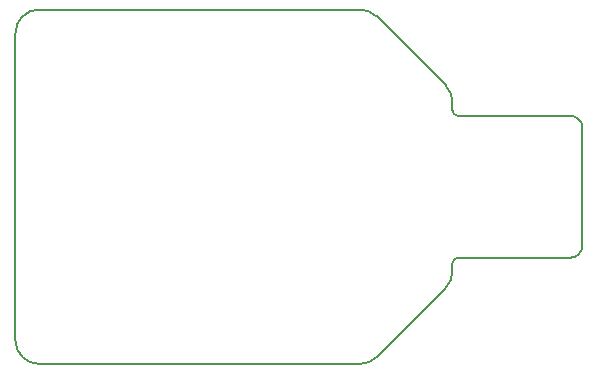
<source format=gbr>
%TF.GenerationSoftware,KiCad,Pcbnew,7.0.9*%
%TF.CreationDate,2023-11-29T11:27:28+01:00*%
%TF.ProjectId,FT230xv4,46543233-3078-4763-942e-6b696361645f,rev?*%
%TF.SameCoordinates,Original*%
%TF.FileFunction,Profile,NP*%
%FSLAX46Y46*%
G04 Gerber Fmt 4.6, Leading zero omitted, Abs format (unit mm)*
G04 Created by KiCad (PCBNEW 7.0.9) date 2023-11-29 11:27:28*
%MOMM*%
%LPD*%
G01*
G04 APERTURE LIST*
%TA.AperFunction,Profile*%
%ADD10C,0.200000*%
%TD*%
G04 APERTURE END LIST*
D10*
X150030032Y-88526854D02*
G75*
G03*
X149444214Y-87112641I-2000032J-46D01*
G01*
X143615794Y-81284205D02*
G75*
G03*
X142201573Y-80698427I-1414194J-1414195D01*
G01*
X150029973Y-89198427D02*
G75*
G03*
X150530000Y-89698427I500027J27D01*
G01*
X113029973Y-108698427D02*
G75*
G03*
X115030000Y-110698427I2000027J27D01*
G01*
X160030000Y-89698427D02*
X150530000Y-89698427D01*
X160030000Y-101698400D02*
G75*
G03*
X161030000Y-100698427I0J1000000D01*
G01*
X115030000Y-110698427D02*
X142201573Y-110698427D01*
X115030000Y-80698400D02*
G75*
G03*
X113030000Y-82698427I0J-2000000D01*
G01*
X150530000Y-101698427D02*
X160030000Y-101698427D01*
X150030000Y-102870000D02*
X150030000Y-102198427D01*
X143615786Y-110112641D02*
X149444214Y-104284213D01*
X142201573Y-80698427D02*
X115030000Y-80698427D01*
X150030000Y-89198427D02*
X150030000Y-88526854D01*
X149444214Y-104284213D02*
G75*
G03*
X150030000Y-102870000I-1414214J1414213D01*
G01*
X150530000Y-101698400D02*
G75*
G03*
X150030000Y-102198427I0J-500000D01*
G01*
X161029973Y-90698427D02*
G75*
G03*
X160030000Y-89698427I-999973J27D01*
G01*
X142201573Y-110698399D02*
G75*
G03*
X143615785Y-110112640I27J1999999D01*
G01*
X161030000Y-100698427D02*
X161030000Y-90698427D01*
X149444214Y-87112641D02*
X143615786Y-81284213D01*
X113030000Y-82698427D02*
X113030000Y-108698427D01*
M02*

</source>
